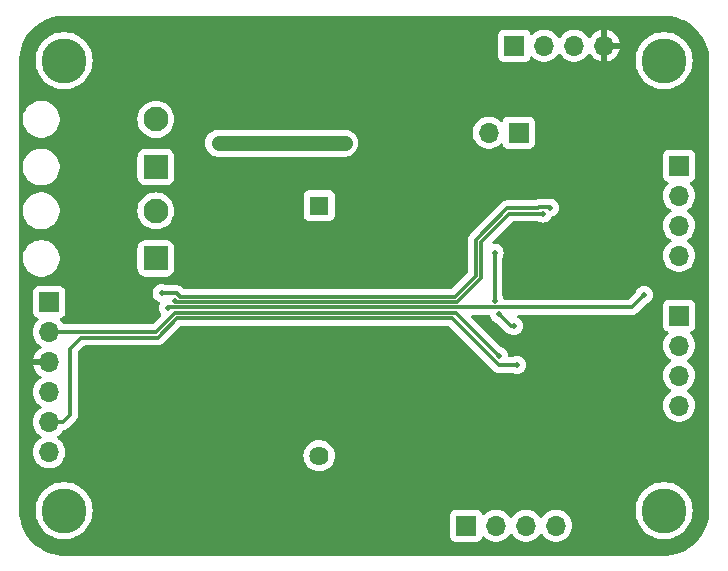
<source format=gbr>
G04 #@! TF.GenerationSoftware,KiCad,Pcbnew,8.0.1-rc1*
G04 #@! TF.CreationDate,2024-03-28T09:47:17-05:00*
G04 #@! TF.ProjectId,motor_control,6d6f746f-725f-4636-9f6e-74726f6c2e6b,1.0*
G04 #@! TF.SameCoordinates,Original*
G04 #@! TF.FileFunction,Copper,L2,Bot*
G04 #@! TF.FilePolarity,Positive*
%FSLAX46Y46*%
G04 Gerber Fmt 4.6, Leading zero omitted, Abs format (unit mm)*
G04 Created by KiCad (PCBNEW 8.0.1-rc1) date 2024-03-28 09:47:17*
%MOMM*%
%LPD*%
G01*
G04 APERTURE LIST*
G04 Aperture macros list*
%AMRoundRect*
0 Rectangle with rounded corners*
0 $1 Rounding radius*
0 $2 $3 $4 $5 $6 $7 $8 $9 X,Y pos of 4 corners*
0 Add a 4 corners polygon primitive as box body*
4,1,4,$2,$3,$4,$5,$6,$7,$8,$9,$2,$3,0*
0 Add four circle primitives for the rounded corners*
1,1,$1+$1,$2,$3*
1,1,$1+$1,$4,$5*
1,1,$1+$1,$6,$7*
1,1,$1+$1,$8,$9*
0 Add four rect primitives between the rounded corners*
20,1,$1+$1,$2,$3,$4,$5,0*
20,1,$1+$1,$4,$5,$6,$7,0*
20,1,$1+$1,$6,$7,$8,$9,0*
20,1,$1+$1,$8,$9,$2,$3,0*%
G04 Aperture macros list end*
G04 #@! TA.AperFunction,WasherPad*
%ADD10C,3.810000*%
G04 #@! TD*
G04 #@! TA.AperFunction,ComponentPad*
%ADD11R,1.700000X1.700000*%
G04 #@! TD*
G04 #@! TA.AperFunction,ComponentPad*
%ADD12O,1.700000X1.700000*%
G04 #@! TD*
G04 #@! TA.AperFunction,ComponentPad*
%ADD13RoundRect,0.249900X-0.800100X0.800100X-0.800100X-0.800100X0.800100X-0.800100X0.800100X0.800100X0*%
G04 #@! TD*
G04 #@! TA.AperFunction,ComponentPad*
%ADD14C,2.100000*%
G04 #@! TD*
G04 #@! TA.AperFunction,ComponentPad*
%ADD15R,1.625600X1.625600*%
G04 #@! TD*
G04 #@! TA.AperFunction,ComponentPad*
%ADD16C,1.625600*%
G04 #@! TD*
G04 #@! TA.AperFunction,ViaPad*
%ADD17C,0.508000*%
G04 #@! TD*
G04 #@! TA.AperFunction,ViaPad*
%ADD18C,1.016000*%
G04 #@! TD*
G04 #@! TA.AperFunction,Conductor*
%ADD19C,1.270000*%
G04 #@! TD*
G04 #@! TA.AperFunction,Conductor*
%ADD20C,0.304800*%
G04 #@! TD*
G04 APERTURE END LIST*
D10*
X168910000Y-118110000D03*
X118110000Y-118110000D03*
X168910000Y-80010000D03*
X118110000Y-80010000D03*
D11*
X170180000Y-101600000D03*
D12*
X170180000Y-104140000D03*
X170180000Y-106680000D03*
X170180000Y-109220000D03*
D11*
X152146000Y-119380000D03*
D12*
X154686000Y-119380000D03*
X157226000Y-119380000D03*
X159766000Y-119380000D03*
D11*
X156220000Y-78740000D03*
D12*
X158760000Y-78740000D03*
X161300000Y-78740000D03*
X163840000Y-78740000D03*
D13*
X125879000Y-89013000D03*
D14*
X125879000Y-84977000D03*
D11*
X170180000Y-88910000D03*
D12*
X170180000Y-91450000D03*
X170180000Y-93990000D03*
X170180000Y-96530000D03*
D13*
X125879000Y-96760000D03*
D14*
X125879000Y-92724000D03*
D11*
X116840000Y-100457000D03*
D12*
X116840000Y-102997000D03*
X116840000Y-105537000D03*
X116840000Y-108077000D03*
X116840000Y-110617000D03*
X116840000Y-113157000D03*
D15*
X139700000Y-92278200D03*
D16*
X139700000Y-113461800D03*
D11*
X156596000Y-86106000D03*
D12*
X154056000Y-86106000D03*
D17*
X132842000Y-108712000D03*
X155321000Y-95377000D03*
X135636000Y-105664000D03*
X157353000Y-88773000D03*
X164084000Y-94107000D03*
X165989000Y-103759000D03*
X153670000Y-102489000D03*
X161417000Y-85979000D03*
X134747000Y-91694000D03*
X162306000Y-111252000D03*
X153543000Y-109347000D03*
D18*
X131191000Y-86995000D03*
X141859000Y-86995000D03*
D17*
X154559000Y-96266000D03*
X154559000Y-100330000D03*
X156210000Y-102489000D03*
X154924931Y-101460512D03*
X154940000Y-105029000D03*
X156464000Y-105791000D03*
X126365000Y-99695000D03*
X159219700Y-92456000D03*
X167223858Y-99829978D03*
X126923300Y-100965000D03*
X158623000Y-92964000D03*
X127508000Y-100343412D03*
D19*
X131191000Y-86995000D02*
X141859000Y-86995000D01*
D20*
X154559000Y-96266000D02*
X154559000Y-100330000D01*
X127495088Y-101358912D02*
X125857000Y-102997000D01*
X155953419Y-102489000D02*
X154924931Y-101460512D01*
X125857000Y-102997000D02*
X116840000Y-102997000D01*
X156210000Y-102489000D02*
X155953419Y-102489000D01*
X154940000Y-105029000D02*
X151269912Y-101358912D01*
X151269912Y-101358912D02*
X127495088Y-101358912D01*
X154911737Y-105791000D02*
X150936849Y-101816112D01*
X117983000Y-110617000D02*
X116840000Y-110617000D01*
X119557800Y-103454200D02*
X118618000Y-104394000D01*
X118618000Y-104394000D02*
X118618000Y-109982000D01*
X118618000Y-109982000D02*
X117983000Y-110617000D01*
X156464000Y-105791000D02*
X154911737Y-105791000D01*
X150936849Y-101816112D02*
X127684466Y-101816112D01*
X126046378Y-103454200D02*
X119557800Y-103454200D01*
X127684466Y-101816112D02*
X126046378Y-103454200D01*
X159168900Y-92405200D02*
X158343600Y-92405200D01*
X158242000Y-92506800D02*
X155611359Y-92506800D01*
X159219700Y-92456000D02*
X159168900Y-92405200D01*
X151207110Y-99987312D02*
X127942163Y-99987312D01*
X152958800Y-98235622D02*
X151207110Y-99987312D01*
X158343600Y-92405200D02*
X158242000Y-92506800D01*
X155611359Y-92506800D02*
X152958801Y-95159358D01*
X152958801Y-95159358D02*
X152958800Y-98235622D01*
X127942163Y-99987312D02*
X127649851Y-99695000D01*
X127649851Y-99695000D02*
X126365000Y-99695000D01*
X166152124Y-100901712D02*
X167223858Y-99829978D01*
X126923300Y-100965000D02*
X126986588Y-100901712D01*
X126986588Y-100901712D02*
X166152124Y-100901712D01*
X158623000Y-92964000D02*
X155800737Y-92964000D01*
X127609100Y-100444512D02*
X127508000Y-100343412D01*
X151396488Y-100444512D02*
X127609100Y-100444512D01*
X153416000Y-98425000D02*
X151396488Y-100444512D01*
X153416000Y-95348737D02*
X153416000Y-98425000D01*
X155800737Y-92964000D02*
X153416000Y-95348737D01*
G04 #@! TA.AperFunction,Conductor*
G36*
X168910839Y-76200011D02*
G01*
X168922255Y-76200160D01*
X169103762Y-76202535D01*
X169115270Y-76203213D01*
X169499859Y-76243635D01*
X169512875Y-76245696D01*
X169890325Y-76325925D01*
X169903059Y-76329338D01*
X170270048Y-76448580D01*
X170282333Y-76453295D01*
X170545509Y-76570469D01*
X170634862Y-76610252D01*
X170646613Y-76616240D01*
X170787510Y-76697586D01*
X170980786Y-76809174D01*
X170991833Y-76816348D01*
X171290513Y-77033351D01*
X171304017Y-77043163D01*
X171314266Y-77051463D01*
X171601018Y-77309655D01*
X171610344Y-77318981D01*
X171868536Y-77605733D01*
X171876836Y-77615982D01*
X171897041Y-77643792D01*
X172085400Y-77903045D01*
X172103647Y-77928159D01*
X172110830Y-77939220D01*
X172303759Y-78273386D01*
X172309747Y-78285137D01*
X172340666Y-78354581D01*
X172444845Y-78588571D01*
X172466698Y-78637652D01*
X172471424Y-78649965D01*
X172590660Y-79016937D01*
X172594074Y-79029676D01*
X172674302Y-79407119D01*
X172676365Y-79420146D01*
X172716785Y-79804722D01*
X172717464Y-79816243D01*
X172719989Y-80009159D01*
X172720000Y-80010808D01*
X172720000Y-118109191D01*
X172719989Y-118110840D01*
X172717464Y-118303756D01*
X172716785Y-118315277D01*
X172676365Y-118699853D01*
X172674302Y-118712880D01*
X172594074Y-119090323D01*
X172590660Y-119103062D01*
X172471424Y-119470034D01*
X172466698Y-119482347D01*
X172309747Y-119834862D01*
X172303759Y-119846613D01*
X172110830Y-120180779D01*
X172103647Y-120191840D01*
X171876836Y-120504017D01*
X171868536Y-120514266D01*
X171610344Y-120801018D01*
X171601018Y-120810344D01*
X171314266Y-121068536D01*
X171304017Y-121076836D01*
X170991840Y-121303647D01*
X170980779Y-121310830D01*
X170646613Y-121503759D01*
X170634862Y-121509747D01*
X170282347Y-121666698D01*
X170270034Y-121671424D01*
X169903062Y-121790660D01*
X169890323Y-121794074D01*
X169512880Y-121874302D01*
X169499853Y-121876365D01*
X169115277Y-121916785D01*
X169103756Y-121917464D01*
X168910841Y-121919989D01*
X168909192Y-121920000D01*
X118110808Y-121920000D01*
X118109159Y-121919989D01*
X117916243Y-121917464D01*
X117904722Y-121916785D01*
X117520146Y-121876365D01*
X117507119Y-121874302D01*
X117129676Y-121794074D01*
X117116937Y-121790660D01*
X116847617Y-121703153D01*
X116749961Y-121671422D01*
X116737656Y-121666699D01*
X116648299Y-121626915D01*
X116385137Y-121509747D01*
X116373386Y-121503759D01*
X116039220Y-121310830D01*
X116028159Y-121303647D01*
X115715982Y-121076836D01*
X115705733Y-121068536D01*
X115418981Y-120810344D01*
X115409655Y-120801018D01*
X115151463Y-120514266D01*
X115143163Y-120504017D01*
X115129662Y-120485434D01*
X114916348Y-120191833D01*
X114909174Y-120180786D01*
X114716240Y-119846613D01*
X114710252Y-119834862D01*
X114607632Y-119604375D01*
X114553295Y-119482333D01*
X114548580Y-119470048D01*
X114429338Y-119103059D01*
X114425925Y-119090323D01*
X114345696Y-118712875D01*
X114343634Y-118699853D01*
X114327120Y-118542734D01*
X114303213Y-118315270D01*
X114302535Y-118303755D01*
X114301685Y-118238811D01*
X114300011Y-118110839D01*
X114300005Y-118110005D01*
X115691728Y-118110005D01*
X115710795Y-118413073D01*
X115710798Y-118413096D01*
X115735527Y-118542734D01*
X115767702Y-118711400D01*
X115861548Y-119000225D01*
X115990852Y-119275011D01*
X115990854Y-119275014D01*
X115990857Y-119275020D01*
X116153576Y-119531425D01*
X116153579Y-119531428D01*
X116347153Y-119765418D01*
X116347157Y-119765422D01*
X116568536Y-119973312D01*
X116681891Y-120055669D01*
X116814225Y-120151815D01*
X117080350Y-120298118D01*
X117231449Y-120357942D01*
X117362707Y-120409911D01*
X117362710Y-120409911D01*
X117362713Y-120409913D01*
X117656861Y-120485438D01*
X117958155Y-120523500D01*
X117958159Y-120523500D01*
X118261841Y-120523500D01*
X118261845Y-120523500D01*
X118563139Y-120485438D01*
X118857287Y-120409913D01*
X119139650Y-120298118D01*
X119175064Y-120278649D01*
X150787500Y-120278649D01*
X150794009Y-120339196D01*
X150794011Y-120339204D01*
X150845110Y-120476202D01*
X150845112Y-120476207D01*
X150932738Y-120593261D01*
X151049792Y-120680887D01*
X151049794Y-120680888D01*
X151049796Y-120680889D01*
X151104900Y-120701442D01*
X151186795Y-120731988D01*
X151186803Y-120731990D01*
X151247350Y-120738499D01*
X151247355Y-120738499D01*
X151247362Y-120738500D01*
X151247368Y-120738500D01*
X153044632Y-120738500D01*
X153044638Y-120738500D01*
X153044645Y-120738499D01*
X153044649Y-120738499D01*
X153105196Y-120731990D01*
X153105199Y-120731989D01*
X153105201Y-120731989D01*
X153242204Y-120680889D01*
X153312399Y-120628342D01*
X153359261Y-120593261D01*
X153446886Y-120476208D01*
X153446885Y-120476208D01*
X153446889Y-120476204D01*
X153490999Y-120357939D01*
X153533545Y-120301107D01*
X153600066Y-120276296D01*
X153669440Y-120291388D01*
X153701753Y-120316635D01*
X153722529Y-120339204D01*
X153762762Y-120382908D01*
X153797458Y-120409913D01*
X153940424Y-120521189D01*
X154138426Y-120628342D01*
X154138427Y-120628342D01*
X154138428Y-120628343D01*
X154250227Y-120666723D01*
X154351365Y-120701444D01*
X154573431Y-120738500D01*
X154573435Y-120738500D01*
X154798565Y-120738500D01*
X154798569Y-120738500D01*
X155020635Y-120701444D01*
X155233574Y-120628342D01*
X155431576Y-120521189D01*
X155609240Y-120382906D01*
X155761722Y-120217268D01*
X155850518Y-120081354D01*
X155904520Y-120035268D01*
X155974868Y-120025692D01*
X156039225Y-120055669D01*
X156061480Y-120081353D01*
X156094607Y-120132058D01*
X156150275Y-120217265D01*
X156150279Y-120217270D01*
X156302762Y-120382908D01*
X156337458Y-120409913D01*
X156480424Y-120521189D01*
X156678426Y-120628342D01*
X156678427Y-120628342D01*
X156678428Y-120628343D01*
X156790227Y-120666723D01*
X156891365Y-120701444D01*
X157113431Y-120738500D01*
X157113435Y-120738500D01*
X157338565Y-120738500D01*
X157338569Y-120738500D01*
X157560635Y-120701444D01*
X157773574Y-120628342D01*
X157971576Y-120521189D01*
X158149240Y-120382906D01*
X158301722Y-120217268D01*
X158390518Y-120081354D01*
X158444520Y-120035268D01*
X158514868Y-120025692D01*
X158579225Y-120055669D01*
X158601480Y-120081353D01*
X158634607Y-120132058D01*
X158690275Y-120217265D01*
X158690279Y-120217270D01*
X158842762Y-120382908D01*
X158877458Y-120409913D01*
X159020424Y-120521189D01*
X159218426Y-120628342D01*
X159218427Y-120628342D01*
X159218428Y-120628343D01*
X159330227Y-120666723D01*
X159431365Y-120701444D01*
X159653431Y-120738500D01*
X159653435Y-120738500D01*
X159878565Y-120738500D01*
X159878569Y-120738500D01*
X160100635Y-120701444D01*
X160313574Y-120628342D01*
X160511576Y-120521189D01*
X160689240Y-120382906D01*
X160841722Y-120217268D01*
X160964860Y-120028791D01*
X161055296Y-119822616D01*
X161110564Y-119604368D01*
X161129156Y-119380000D01*
X161110564Y-119155632D01*
X161110562Y-119155624D01*
X161055297Y-118937387D01*
X161055296Y-118937386D01*
X161055296Y-118937384D01*
X160964860Y-118731209D01*
X160947500Y-118704637D01*
X160841724Y-118542734D01*
X160841720Y-118542729D01*
X160689237Y-118377091D01*
X160569367Y-118283792D01*
X160511576Y-118238811D01*
X160313574Y-118131658D01*
X160313572Y-118131657D01*
X160313571Y-118131656D01*
X160250503Y-118110005D01*
X166491728Y-118110005D01*
X166510795Y-118413073D01*
X166510798Y-118413096D01*
X166535527Y-118542734D01*
X166567702Y-118711400D01*
X166661548Y-119000225D01*
X166790852Y-119275011D01*
X166790854Y-119275014D01*
X166790857Y-119275020D01*
X166953576Y-119531425D01*
X166953579Y-119531428D01*
X167147153Y-119765418D01*
X167147157Y-119765422D01*
X167368536Y-119973312D01*
X167481891Y-120055669D01*
X167614225Y-120151815D01*
X167880350Y-120298118D01*
X168031449Y-120357942D01*
X168162707Y-120409911D01*
X168162710Y-120409911D01*
X168162713Y-120409913D01*
X168456861Y-120485438D01*
X168758155Y-120523500D01*
X168758159Y-120523500D01*
X169061841Y-120523500D01*
X169061845Y-120523500D01*
X169363139Y-120485438D01*
X169657287Y-120409913D01*
X169939650Y-120298118D01*
X170205775Y-120151815D01*
X170451465Y-119973311D01*
X170672844Y-119765421D01*
X170866423Y-119531425D01*
X171029148Y-119275011D01*
X171158452Y-119000225D01*
X171252298Y-118711400D01*
X171309203Y-118413090D01*
X171324702Y-118166739D01*
X171328272Y-118110005D01*
X171328272Y-118109994D01*
X171309204Y-117806926D01*
X171309203Y-117806910D01*
X171252298Y-117508600D01*
X171158452Y-117219775D01*
X171029148Y-116944989D01*
X171029142Y-116944979D01*
X170866423Y-116688574D01*
X170866420Y-116688571D01*
X170672846Y-116454581D01*
X170672842Y-116454577D01*
X170451463Y-116246687D01*
X170205777Y-116068186D01*
X170164990Y-116045763D01*
X169939650Y-115921882D01*
X169858378Y-115889704D01*
X169657292Y-115810088D01*
X169657274Y-115810083D01*
X169363153Y-115734565D01*
X169363145Y-115734563D01*
X169363139Y-115734562D01*
X169363129Y-115734560D01*
X169363125Y-115734560D01*
X169061859Y-115696501D01*
X169061848Y-115696500D01*
X169061845Y-115696500D01*
X168758155Y-115696500D01*
X168758152Y-115696500D01*
X168758140Y-115696501D01*
X168456874Y-115734560D01*
X168456867Y-115734561D01*
X168456861Y-115734562D01*
X168456856Y-115734563D01*
X168456846Y-115734565D01*
X168162725Y-115810083D01*
X168162707Y-115810088D01*
X167880350Y-115921882D01*
X167614222Y-116068186D01*
X167368536Y-116246687D01*
X167147157Y-116454577D01*
X167147153Y-116454581D01*
X166953579Y-116688571D01*
X166953576Y-116688574D01*
X166790857Y-116944979D01*
X166790850Y-116944993D01*
X166661551Y-117219768D01*
X166661549Y-117219772D01*
X166567703Y-117508596D01*
X166567701Y-117508603D01*
X166510798Y-117806903D01*
X166510795Y-117806926D01*
X166491728Y-118109994D01*
X166491728Y-118110005D01*
X160250503Y-118110005D01*
X160100639Y-118058557D01*
X160100630Y-118058555D01*
X160056476Y-118051187D01*
X159878569Y-118021500D01*
X159653431Y-118021500D01*
X159505211Y-118046233D01*
X159431369Y-118058555D01*
X159431360Y-118058557D01*
X159218428Y-118131656D01*
X159218426Y-118131658D01*
X159020426Y-118238810D01*
X159020424Y-118238811D01*
X158842762Y-118377091D01*
X158690279Y-118542729D01*
X158601483Y-118678643D01*
X158547479Y-118724731D01*
X158477131Y-118734306D01*
X158412774Y-118704329D01*
X158390517Y-118678643D01*
X158301720Y-118542729D01*
X158149237Y-118377091D01*
X158029367Y-118283792D01*
X157971576Y-118238811D01*
X157773574Y-118131658D01*
X157773572Y-118131657D01*
X157773571Y-118131656D01*
X157560639Y-118058557D01*
X157560630Y-118058555D01*
X157516476Y-118051187D01*
X157338569Y-118021500D01*
X157113431Y-118021500D01*
X156965211Y-118046233D01*
X156891369Y-118058555D01*
X156891360Y-118058557D01*
X156678428Y-118131656D01*
X156678426Y-118131658D01*
X156480426Y-118238810D01*
X156480424Y-118238811D01*
X156302762Y-118377091D01*
X156150279Y-118542729D01*
X156061483Y-118678643D01*
X156007479Y-118724731D01*
X155937131Y-118734306D01*
X155872774Y-118704329D01*
X155850517Y-118678643D01*
X155761720Y-118542729D01*
X155609237Y-118377091D01*
X155489367Y-118283792D01*
X155431576Y-118238811D01*
X155233574Y-118131658D01*
X155233572Y-118131657D01*
X155233571Y-118131656D01*
X155020639Y-118058557D01*
X155020630Y-118058555D01*
X154976476Y-118051187D01*
X154798569Y-118021500D01*
X154573431Y-118021500D01*
X154425211Y-118046233D01*
X154351369Y-118058555D01*
X154351360Y-118058557D01*
X154138428Y-118131656D01*
X154138426Y-118131658D01*
X153940426Y-118238810D01*
X153940424Y-118238811D01*
X153762762Y-118377091D01*
X153701754Y-118443363D01*
X153640901Y-118479933D01*
X153569936Y-118477798D01*
X153511391Y-118437636D01*
X153490999Y-118402057D01*
X153446889Y-118283797D01*
X153446887Y-118283792D01*
X153359261Y-118166738D01*
X153242207Y-118079112D01*
X153242202Y-118079110D01*
X153105204Y-118028011D01*
X153105196Y-118028009D01*
X153044649Y-118021500D01*
X153044638Y-118021500D01*
X151247362Y-118021500D01*
X151247350Y-118021500D01*
X151186803Y-118028009D01*
X151186795Y-118028011D01*
X151049797Y-118079110D01*
X151049792Y-118079112D01*
X150932738Y-118166738D01*
X150845112Y-118283792D01*
X150845110Y-118283797D01*
X150794011Y-118420795D01*
X150794009Y-118420803D01*
X150787500Y-118481350D01*
X150787500Y-120278649D01*
X119175064Y-120278649D01*
X119405775Y-120151815D01*
X119651465Y-119973311D01*
X119872844Y-119765421D01*
X120066423Y-119531425D01*
X120229148Y-119275011D01*
X120358452Y-119000225D01*
X120452298Y-118711400D01*
X120509203Y-118413090D01*
X120524702Y-118166739D01*
X120528272Y-118110005D01*
X120528272Y-118109994D01*
X120509204Y-117806926D01*
X120509203Y-117806910D01*
X120452298Y-117508600D01*
X120358452Y-117219775D01*
X120229148Y-116944989D01*
X120229142Y-116944979D01*
X120066423Y-116688574D01*
X120066420Y-116688571D01*
X119872846Y-116454581D01*
X119872842Y-116454577D01*
X119651463Y-116246687D01*
X119405777Y-116068186D01*
X119364990Y-116045763D01*
X119139650Y-115921882D01*
X119058378Y-115889704D01*
X118857292Y-115810088D01*
X118857274Y-115810083D01*
X118563153Y-115734565D01*
X118563145Y-115734563D01*
X118563139Y-115734562D01*
X118563129Y-115734560D01*
X118563125Y-115734560D01*
X118261859Y-115696501D01*
X118261848Y-115696500D01*
X118261845Y-115696500D01*
X117958155Y-115696500D01*
X117958152Y-115696500D01*
X117958140Y-115696501D01*
X117656874Y-115734560D01*
X117656867Y-115734561D01*
X117656861Y-115734562D01*
X117656856Y-115734563D01*
X117656846Y-115734565D01*
X117362725Y-115810083D01*
X117362707Y-115810088D01*
X117080350Y-115921882D01*
X116814222Y-116068186D01*
X116568536Y-116246687D01*
X116347157Y-116454577D01*
X116347153Y-116454581D01*
X116153579Y-116688571D01*
X116153576Y-116688574D01*
X115990857Y-116944979D01*
X115990850Y-116944993D01*
X115861551Y-117219768D01*
X115861549Y-117219772D01*
X115767703Y-117508596D01*
X115767701Y-117508603D01*
X115710798Y-117806903D01*
X115710795Y-117806926D01*
X115691728Y-118109994D01*
X115691728Y-118110005D01*
X114300005Y-118110005D01*
X114300000Y-118109191D01*
X114300000Y-113157000D01*
X115476844Y-113157000D01*
X115495437Y-113381375D01*
X115550702Y-113599612D01*
X115550703Y-113599613D01*
X115550704Y-113599616D01*
X115591279Y-113692118D01*
X115641141Y-113805793D01*
X115764275Y-113994265D01*
X115764279Y-113994270D01*
X115916762Y-114159908D01*
X115971331Y-114202381D01*
X116094424Y-114298189D01*
X116292426Y-114405342D01*
X116292427Y-114405342D01*
X116292428Y-114405343D01*
X116404227Y-114443723D01*
X116505365Y-114478444D01*
X116727431Y-114515500D01*
X116727435Y-114515500D01*
X116952565Y-114515500D01*
X116952569Y-114515500D01*
X117174635Y-114478444D01*
X117387574Y-114405342D01*
X117585576Y-114298189D01*
X117763240Y-114159906D01*
X117915722Y-113994268D01*
X118038860Y-113805791D01*
X118129296Y-113599616D01*
X118164196Y-113461800D01*
X138373653Y-113461800D01*
X138393803Y-113692117D01*
X138453641Y-113915434D01*
X138453643Y-113915440D01*
X138551350Y-114124974D01*
X138672636Y-114298189D01*
X138683959Y-114314359D01*
X138847441Y-114477841D01*
X139036826Y-114610450D01*
X139246363Y-114708158D01*
X139469682Y-114767997D01*
X139700000Y-114788147D01*
X139930318Y-114767997D01*
X140153637Y-114708158D01*
X140363174Y-114610450D01*
X140552559Y-114477841D01*
X140716041Y-114314359D01*
X140848650Y-114124974D01*
X140946358Y-113915437D01*
X141006197Y-113692118D01*
X141026347Y-113461800D01*
X141006197Y-113231482D01*
X140946358Y-113008163D01*
X140848650Y-112798627D01*
X140848649Y-112798626D01*
X140848648Y-112798623D01*
X140716047Y-112609249D01*
X140716044Y-112609245D01*
X140716041Y-112609241D01*
X140552559Y-112445759D01*
X140363174Y-112313150D01*
X140153640Y-112215443D01*
X140153634Y-112215441D01*
X140059253Y-112190151D01*
X139930318Y-112155603D01*
X139700000Y-112135453D01*
X139469682Y-112155603D01*
X139246365Y-112215441D01*
X139246359Y-112215443D01*
X139036823Y-112313151D01*
X138847449Y-112445752D01*
X138847438Y-112445761D01*
X138683961Y-112609238D01*
X138683952Y-112609249D01*
X138551351Y-112798623D01*
X138453643Y-113008159D01*
X138453641Y-113008165D01*
X138393803Y-113231482D01*
X138373653Y-113461800D01*
X118164196Y-113461800D01*
X118184564Y-113381368D01*
X118203156Y-113157000D01*
X118184564Y-112932632D01*
X118129296Y-112714384D01*
X118038860Y-112508209D01*
X117998061Y-112445761D01*
X117915724Y-112319734D01*
X117915720Y-112319729D01*
X117763237Y-112154091D01*
X117681382Y-112090381D01*
X117585576Y-112015811D01*
X117552319Y-111997813D01*
X117501929Y-111947802D01*
X117486576Y-111878485D01*
X117511136Y-111811872D01*
X117552320Y-111776186D01*
X117585576Y-111758189D01*
X117763240Y-111619906D01*
X117915722Y-111454268D01*
X117999424Y-111326151D01*
X118053427Y-111280063D01*
X118080322Y-111271489D01*
X118175777Y-111252502D01*
X118296054Y-111202682D01*
X118404299Y-111130355D01*
X119131355Y-110403299D01*
X119203682Y-110295054D01*
X119253503Y-110174777D01*
X119278900Y-110047093D01*
X119278900Y-109916906D01*
X119278900Y-109220000D01*
X168816844Y-109220000D01*
X168833593Y-109422129D01*
X168835437Y-109444375D01*
X168890702Y-109662612D01*
X168890703Y-109662613D01*
X168890704Y-109662616D01*
X168981140Y-109868791D01*
X168981141Y-109868793D01*
X169104275Y-110057265D01*
X169104279Y-110057270D01*
X169256762Y-110222908D01*
X169311331Y-110265381D01*
X169434424Y-110361189D01*
X169632426Y-110468342D01*
X169632427Y-110468342D01*
X169632428Y-110468343D01*
X169744227Y-110506723D01*
X169845365Y-110541444D01*
X170067431Y-110578500D01*
X170067435Y-110578500D01*
X170292565Y-110578500D01*
X170292569Y-110578500D01*
X170514635Y-110541444D01*
X170727574Y-110468342D01*
X170925576Y-110361189D01*
X171103240Y-110222906D01*
X171255722Y-110057268D01*
X171378860Y-109868791D01*
X171469296Y-109662616D01*
X171524564Y-109444368D01*
X171543156Y-109220000D01*
X171524564Y-108995632D01*
X171503959Y-108914265D01*
X171469297Y-108777387D01*
X171469296Y-108777386D01*
X171469296Y-108777384D01*
X171378860Y-108571209D01*
X171345150Y-108519612D01*
X171255724Y-108382734D01*
X171255720Y-108382729D01*
X171103237Y-108217091D01*
X171021382Y-108153381D01*
X170925576Y-108078811D01*
X170892319Y-108060813D01*
X170841929Y-108010802D01*
X170826576Y-107941485D01*
X170851136Y-107874872D01*
X170892320Y-107839186D01*
X170925576Y-107821189D01*
X171103240Y-107682906D01*
X171255722Y-107517268D01*
X171378860Y-107328791D01*
X171469296Y-107122616D01*
X171524564Y-106904368D01*
X171543156Y-106680000D01*
X171524564Y-106455632D01*
X171508177Y-106390920D01*
X171469297Y-106237387D01*
X171469296Y-106237386D01*
X171469296Y-106237384D01*
X171378860Y-106031209D01*
X171333478Y-105961746D01*
X171255724Y-105842734D01*
X171255720Y-105842729D01*
X171103237Y-105677091D01*
X171021382Y-105613381D01*
X170925576Y-105538811D01*
X170892319Y-105520813D01*
X170841929Y-105470802D01*
X170826576Y-105401485D01*
X170851136Y-105334872D01*
X170892320Y-105299186D01*
X170925576Y-105281189D01*
X171103240Y-105142906D01*
X171255722Y-104977268D01*
X171378860Y-104788791D01*
X171469296Y-104582616D01*
X171524564Y-104364368D01*
X171543156Y-104140000D01*
X171524564Y-103915632D01*
X171469296Y-103697384D01*
X171378860Y-103491209D01*
X171345150Y-103439612D01*
X171255724Y-103302734D01*
X171255719Y-103302729D01*
X171143046Y-103180335D01*
X171112524Y-103147179D01*
X171081103Y-103083514D01*
X171089090Y-103012968D01*
X171133948Y-102957939D01*
X171161183Y-102943789D01*
X171276204Y-102900889D01*
X171393261Y-102813261D01*
X171480889Y-102696204D01*
X171531989Y-102559201D01*
X171536858Y-102513917D01*
X171538499Y-102498649D01*
X171538500Y-102498632D01*
X171538500Y-100701367D01*
X171538499Y-100701350D01*
X171531990Y-100640803D01*
X171531988Y-100640795D01*
X171480889Y-100503797D01*
X171480887Y-100503792D01*
X171393261Y-100386738D01*
X171276207Y-100299112D01*
X171276202Y-100299110D01*
X171139204Y-100248011D01*
X171139196Y-100248009D01*
X171078649Y-100241500D01*
X171078638Y-100241500D01*
X169281362Y-100241500D01*
X169281350Y-100241500D01*
X169220803Y-100248009D01*
X169220795Y-100248011D01*
X169083797Y-100299110D01*
X169083792Y-100299112D01*
X168966738Y-100386738D01*
X168879112Y-100503792D01*
X168879110Y-100503797D01*
X168828011Y-100640795D01*
X168828009Y-100640803D01*
X168821500Y-100701350D01*
X168821500Y-102498649D01*
X168828009Y-102559196D01*
X168828011Y-102559204D01*
X168879110Y-102696202D01*
X168879112Y-102696207D01*
X168966738Y-102813261D01*
X169083791Y-102900886D01*
X169083792Y-102900886D01*
X169083796Y-102900889D01*
X169198810Y-102943787D01*
X169255642Y-102986332D01*
X169280453Y-103052852D01*
X169265362Y-103122226D01*
X169247475Y-103147179D01*
X169104280Y-103302729D01*
X169104275Y-103302734D01*
X168981141Y-103491206D01*
X168890703Y-103697386D01*
X168890702Y-103697387D01*
X168835437Y-103915624D01*
X168835436Y-103915630D01*
X168835436Y-103915632D01*
X168816844Y-104140000D01*
X168834701Y-104355500D01*
X168835437Y-104364375D01*
X168890702Y-104582612D01*
X168890703Y-104582613D01*
X168890704Y-104582616D01*
X168940469Y-104696069D01*
X168981141Y-104788793D01*
X169104275Y-104977265D01*
X169104279Y-104977270D01*
X169256762Y-105142908D01*
X169311331Y-105185381D01*
X169434424Y-105281189D01*
X169467680Y-105299186D01*
X169518071Y-105349200D01*
X169533423Y-105418516D01*
X169508862Y-105485129D01*
X169467680Y-105520813D01*
X169434426Y-105538810D01*
X169434424Y-105538811D01*
X169256762Y-105677091D01*
X169104279Y-105842729D01*
X169104275Y-105842734D01*
X168981141Y-106031206D01*
X168890703Y-106237386D01*
X168890702Y-106237387D01*
X168835437Y-106455624D01*
X168835436Y-106455630D01*
X168835436Y-106455632D01*
X168816844Y-106680000D01*
X168832382Y-106867516D01*
X168835437Y-106904375D01*
X168890702Y-107122612D01*
X168890703Y-107122613D01*
X168890704Y-107122616D01*
X168969856Y-107303065D01*
X168981141Y-107328793D01*
X169104275Y-107517265D01*
X169104279Y-107517270D01*
X169256762Y-107682908D01*
X169311331Y-107725381D01*
X169434424Y-107821189D01*
X169467680Y-107839186D01*
X169518071Y-107889200D01*
X169533423Y-107958516D01*
X169508862Y-108025129D01*
X169467680Y-108060813D01*
X169434426Y-108078810D01*
X169434424Y-108078811D01*
X169256762Y-108217091D01*
X169104279Y-108382729D01*
X169104275Y-108382734D01*
X168981141Y-108571206D01*
X168890703Y-108777386D01*
X168890702Y-108777387D01*
X168835437Y-108995624D01*
X168835436Y-108995630D01*
X168835436Y-108995632D01*
X168816844Y-109220000D01*
X119278900Y-109220000D01*
X119278900Y-104719944D01*
X119298902Y-104651823D01*
X119315805Y-104630849D01*
X119794649Y-104152005D01*
X119856961Y-104117979D01*
X119883744Y-104115100D01*
X126111470Y-104115100D01*
X126111471Y-104115100D01*
X126239155Y-104089702D01*
X126359432Y-104039882D01*
X126467677Y-103967555D01*
X127921314Y-102513916D01*
X127983626Y-102479892D01*
X128010409Y-102477012D01*
X150610905Y-102477012D01*
X150679026Y-102497014D01*
X150700000Y-102513917D01*
X154490438Y-106304355D01*
X154598683Y-106376682D01*
X154718960Y-106426503D01*
X154846644Y-106451901D01*
X154846645Y-106451901D01*
X154983044Y-106451901D01*
X154983064Y-106451900D01*
X156046332Y-106451900D01*
X156113367Y-106471212D01*
X156131070Y-106482336D01*
X156293254Y-106539087D01*
X156293253Y-106539087D01*
X156297221Y-106539534D01*
X156464000Y-106558325D01*
X156634746Y-106539087D01*
X156796930Y-106482336D01*
X156942419Y-106390919D01*
X157063919Y-106269419D01*
X157155336Y-106123930D01*
X157212087Y-105961746D01*
X157231325Y-105791000D01*
X157212087Y-105620254D01*
X157155336Y-105458070D01*
X157155334Y-105458067D01*
X157155334Y-105458066D01*
X157063920Y-105312582D01*
X157063919Y-105312580D01*
X156942419Y-105191080D01*
X156942417Y-105191079D01*
X156796933Y-105099665D01*
X156796930Y-105099664D01*
X156782295Y-105094543D01*
X156634746Y-105042913D01*
X156634744Y-105042912D01*
X156634746Y-105042912D01*
X156464000Y-105023675D01*
X156293255Y-105042912D01*
X156131070Y-105099663D01*
X156113368Y-105110787D01*
X156046332Y-105130100D01*
X155831317Y-105130100D01*
X155763196Y-105110098D01*
X155716703Y-105056442D01*
X155706109Y-105018207D01*
X155688087Y-104858255D01*
X155663781Y-104788793D01*
X155631336Y-104696070D01*
X155631334Y-104696067D01*
X155631334Y-104696066D01*
X155539920Y-104550582D01*
X155539919Y-104550580D01*
X155418419Y-104429080D01*
X155418417Y-104429079D01*
X155272932Y-104337665D01*
X155272931Y-104337664D01*
X155272930Y-104337664D01*
X155218003Y-104318444D01*
X155162223Y-104298925D01*
X155114744Y-104269091D01*
X152623361Y-101777707D01*
X152589335Y-101715395D01*
X152594400Y-101644579D01*
X152636947Y-101587744D01*
X152703467Y-101562933D01*
X152712456Y-101562612D01*
X154063422Y-101562612D01*
X154131543Y-101582614D01*
X154178036Y-101636270D01*
X154182351Y-101646996D01*
X154233596Y-101793445D01*
X154325010Y-101938929D01*
X154325011Y-101938931D01*
X154446511Y-102060431D01*
X154446513Y-102060432D01*
X154591997Y-102151846D01*
X154591998Y-102151846D01*
X154592001Y-102151848D01*
X154702704Y-102190585D01*
X154750183Y-102220418D01*
X155532120Y-103002355D01*
X155640365Y-103074682D01*
X155760642Y-103124503D01*
X155778194Y-103127993D01*
X155820651Y-103144885D01*
X155877070Y-103180336D01*
X156039254Y-103237087D01*
X156039253Y-103237087D01*
X156056543Y-103239034D01*
X156210000Y-103256325D01*
X156380746Y-103237087D01*
X156542930Y-103180336D01*
X156688419Y-103088919D01*
X156809919Y-102967419D01*
X156901336Y-102821930D01*
X156958087Y-102659746D01*
X156977325Y-102489000D01*
X156958087Y-102318254D01*
X156901336Y-102156070D01*
X156901334Y-102156067D01*
X156901334Y-102156066D01*
X156809920Y-102010582D01*
X156809919Y-102010580D01*
X156688419Y-101889080D01*
X156688417Y-101889079D01*
X156539167Y-101795299D01*
X156492129Y-101742121D01*
X156481309Y-101671954D01*
X156510142Y-101607075D01*
X156569473Y-101568084D01*
X156606203Y-101562612D01*
X166217216Y-101562612D01*
X166217217Y-101562612D01*
X166344901Y-101537214D01*
X166465178Y-101487394D01*
X166573423Y-101415067D01*
X167398606Y-100589882D01*
X167446081Y-100560051D01*
X167556788Y-100521314D01*
X167702277Y-100429897D01*
X167823777Y-100308397D01*
X167915194Y-100162908D01*
X167971945Y-100000724D01*
X167991183Y-99829978D01*
X167971945Y-99659232D01*
X167915194Y-99497048D01*
X167915192Y-99497045D01*
X167915192Y-99497044D01*
X167823778Y-99351560D01*
X167823777Y-99351558D01*
X167702277Y-99230058D01*
X167702275Y-99230057D01*
X167556791Y-99138643D01*
X167556788Y-99138642D01*
X167472985Y-99109318D01*
X167394604Y-99081891D01*
X167394602Y-99081890D01*
X167394604Y-99081890D01*
X167223858Y-99062653D01*
X167053113Y-99081890D01*
X166890927Y-99138642D01*
X166890924Y-99138643D01*
X166745440Y-99230057D01*
X166745438Y-99230058D01*
X166623938Y-99351558D01*
X166623937Y-99351560D01*
X166532523Y-99497045D01*
X166493784Y-99607751D01*
X166463951Y-99655229D01*
X165915275Y-100203907D01*
X165852962Y-100237932D01*
X165826179Y-100240812D01*
X155425027Y-100240812D01*
X155356906Y-100220810D01*
X155310413Y-100167154D01*
X155306098Y-100156427D01*
X155250336Y-99997070D01*
X155250334Y-99997067D01*
X155239212Y-99979365D01*
X155219900Y-99912331D01*
X155219900Y-96683668D01*
X155239214Y-96616630D01*
X155250336Y-96598930D01*
X155274456Y-96530000D01*
X168816844Y-96530000D01*
X168825791Y-96637976D01*
X168835437Y-96754375D01*
X168890702Y-96972612D01*
X168890703Y-96972613D01*
X168890704Y-96972616D01*
X168956703Y-97123080D01*
X168981141Y-97178793D01*
X169104275Y-97367265D01*
X169104279Y-97367270D01*
X169256762Y-97532908D01*
X169307808Y-97572639D01*
X169434424Y-97671189D01*
X169632426Y-97778342D01*
X169632427Y-97778342D01*
X169632428Y-97778343D01*
X169744227Y-97816723D01*
X169845365Y-97851444D01*
X170067431Y-97888500D01*
X170067435Y-97888500D01*
X170292565Y-97888500D01*
X170292569Y-97888500D01*
X170514635Y-97851444D01*
X170727574Y-97778342D01*
X170925576Y-97671189D01*
X171103240Y-97532906D01*
X171255722Y-97367268D01*
X171378860Y-97178791D01*
X171469296Y-96972616D01*
X171524564Y-96754368D01*
X171543156Y-96530000D01*
X171524564Y-96305632D01*
X171469296Y-96087384D01*
X171378860Y-95881209D01*
X171372140Y-95870924D01*
X171255724Y-95692734D01*
X171255720Y-95692729D01*
X171103237Y-95527091D01*
X170995827Y-95443490D01*
X170925576Y-95388811D01*
X170892319Y-95370813D01*
X170841929Y-95320802D01*
X170826576Y-95251485D01*
X170851136Y-95184872D01*
X170892320Y-95149186D01*
X170925576Y-95131189D01*
X171103240Y-94992906D01*
X171255722Y-94827268D01*
X171378860Y-94638791D01*
X171469296Y-94432616D01*
X171524564Y-94214368D01*
X171543156Y-93990000D01*
X171524564Y-93765632D01*
X171511005Y-93712087D01*
X171469297Y-93547387D01*
X171469296Y-93547386D01*
X171469296Y-93547384D01*
X171378860Y-93341209D01*
X171338058Y-93278757D01*
X171255724Y-93152734D01*
X171255720Y-93152729D01*
X171103237Y-92987091D01*
X171021382Y-92923381D01*
X170925576Y-92848811D01*
X170892319Y-92830813D01*
X170841929Y-92780802D01*
X170826576Y-92711485D01*
X170851136Y-92644872D01*
X170892320Y-92609186D01*
X170905643Y-92601976D01*
X170925576Y-92591189D01*
X171103240Y-92452906D01*
X171255722Y-92287268D01*
X171378860Y-92098791D01*
X171469296Y-91892616D01*
X171524564Y-91674368D01*
X171543156Y-91450000D01*
X171524564Y-91225632D01*
X171469296Y-91007384D01*
X171378860Y-90801209D01*
X171372140Y-90790924D01*
X171255724Y-90612734D01*
X171255719Y-90612729D01*
X171112524Y-90457179D01*
X171081103Y-90393514D01*
X171089090Y-90322968D01*
X171133948Y-90267939D01*
X171161183Y-90253789D01*
X171276204Y-90210889D01*
X171393261Y-90123261D01*
X171480889Y-90006204D01*
X171531989Y-89869201D01*
X171532587Y-89863644D01*
X171538499Y-89808649D01*
X171538500Y-89808632D01*
X171538500Y-88011367D01*
X171538499Y-88011350D01*
X171531990Y-87950803D01*
X171531988Y-87950795D01*
X171487062Y-87830347D01*
X171480889Y-87813796D01*
X171480888Y-87813794D01*
X171480887Y-87813792D01*
X171393261Y-87696738D01*
X171276207Y-87609112D01*
X171276202Y-87609110D01*
X171139204Y-87558011D01*
X171139196Y-87558009D01*
X171078649Y-87551500D01*
X171078638Y-87551500D01*
X169281362Y-87551500D01*
X169281350Y-87551500D01*
X169220803Y-87558009D01*
X169220795Y-87558011D01*
X169083797Y-87609110D01*
X169083792Y-87609112D01*
X168966738Y-87696738D01*
X168879112Y-87813792D01*
X168879110Y-87813797D01*
X168828011Y-87950795D01*
X168828009Y-87950803D01*
X168821500Y-88011350D01*
X168821500Y-89808649D01*
X168828009Y-89869196D01*
X168828011Y-89869204D01*
X168879110Y-90006202D01*
X168879112Y-90006207D01*
X168966738Y-90123261D01*
X169083791Y-90210886D01*
X169083792Y-90210886D01*
X169083796Y-90210889D01*
X169198810Y-90253787D01*
X169255642Y-90296332D01*
X169280453Y-90362852D01*
X169265362Y-90432226D01*
X169247475Y-90457179D01*
X169104280Y-90612729D01*
X169104275Y-90612734D01*
X168981141Y-90801206D01*
X168890703Y-91007386D01*
X168890702Y-91007387D01*
X168835437Y-91225624D01*
X168835436Y-91225630D01*
X168835436Y-91225632D01*
X168816844Y-91450000D01*
X168824413Y-91541347D01*
X168835437Y-91674375D01*
X168890702Y-91892612D01*
X168890703Y-91892613D01*
X168890704Y-91892616D01*
X168934932Y-91993446D01*
X168981141Y-92098793D01*
X169104275Y-92287265D01*
X169104279Y-92287270D01*
X169256762Y-92452908D01*
X169260735Y-92456000D01*
X169434424Y-92591189D01*
X169467680Y-92609186D01*
X169518071Y-92659200D01*
X169533423Y-92728516D01*
X169508862Y-92795129D01*
X169467680Y-92830813D01*
X169434426Y-92848810D01*
X169434424Y-92848811D01*
X169256762Y-92987091D01*
X169104279Y-93152729D01*
X169104275Y-93152734D01*
X168981141Y-93341206D01*
X168890703Y-93547386D01*
X168890702Y-93547387D01*
X168835437Y-93765624D01*
X168835436Y-93765630D01*
X168835436Y-93765632D01*
X168816844Y-93990000D01*
X168827361Y-94116925D01*
X168835437Y-94214375D01*
X168890702Y-94432612D01*
X168890703Y-94432613D01*
X168981141Y-94638793D01*
X169104275Y-94827265D01*
X169104279Y-94827270D01*
X169256762Y-94992908D01*
X169311331Y-95035381D01*
X169434424Y-95131189D01*
X169467680Y-95149186D01*
X169518071Y-95199200D01*
X169533423Y-95268516D01*
X169508862Y-95335129D01*
X169467680Y-95370813D01*
X169434426Y-95388810D01*
X169434424Y-95388811D01*
X169256762Y-95527091D01*
X169104279Y-95692729D01*
X169104275Y-95692734D01*
X168981141Y-95881206D01*
X168890703Y-96087386D01*
X168890702Y-96087387D01*
X168835437Y-96305624D01*
X168835436Y-96305630D01*
X168835436Y-96305632D01*
X168816844Y-96530000D01*
X155274456Y-96530000D01*
X155307087Y-96436746D01*
X155326325Y-96266000D01*
X155307087Y-96095254D01*
X155250336Y-95933070D01*
X155250334Y-95933067D01*
X155250334Y-95933066D01*
X155158920Y-95787582D01*
X155158919Y-95787580D01*
X155037419Y-95666080D01*
X155037417Y-95666079D01*
X154891933Y-95574665D01*
X154891930Y-95574664D01*
X154729746Y-95517913D01*
X154729744Y-95517912D01*
X154729746Y-95517912D01*
X154576289Y-95500622D01*
X154559000Y-95498675D01*
X154558999Y-95498675D01*
X154513040Y-95503853D01*
X154443108Y-95491603D01*
X154390901Y-95443490D01*
X154372993Y-95374789D01*
X154395071Y-95307312D01*
X154409834Y-95289555D01*
X156037585Y-93661805D01*
X156099897Y-93627779D01*
X156126680Y-93624900D01*
X158205332Y-93624900D01*
X158272367Y-93644212D01*
X158290070Y-93655336D01*
X158452254Y-93712087D01*
X158452253Y-93712087D01*
X158469543Y-93714034D01*
X158623000Y-93731325D01*
X158793746Y-93712087D01*
X158955930Y-93655336D01*
X159101419Y-93563919D01*
X159222919Y-93442419D01*
X159314336Y-93296930D01*
X159320695Y-93278757D01*
X159362073Y-93221064D01*
X159398009Y-93201441D01*
X159436109Y-93188108D01*
X159552630Y-93147336D01*
X159698119Y-93055919D01*
X159819619Y-92934419D01*
X159911036Y-92788930D01*
X159967787Y-92626746D01*
X159987025Y-92456000D01*
X159967787Y-92285254D01*
X159911036Y-92123070D01*
X159911034Y-92123067D01*
X159911034Y-92123066D01*
X159819620Y-91977582D01*
X159819619Y-91977580D01*
X159698119Y-91856080D01*
X159698117Y-91856079D01*
X159552633Y-91764665D01*
X159552630Y-91764664D01*
X159494433Y-91744300D01*
X159390446Y-91707913D01*
X159390444Y-91707912D01*
X159390446Y-91707912D01*
X159219700Y-91688675D01*
X159048955Y-91707912D01*
X158965174Y-91737229D01*
X158923559Y-91744300D01*
X158278504Y-91744300D01*
X158150822Y-91769698D01*
X158150817Y-91769700D01*
X158030547Y-91819517D01*
X158022842Y-91824666D01*
X157955089Y-91845880D01*
X157952841Y-91845900D01*
X155546261Y-91845900D01*
X155418581Y-91871298D01*
X155418578Y-91871299D01*
X155298305Y-91921118D01*
X155204344Y-91983901D01*
X155190059Y-91993445D01*
X155190053Y-91993450D01*
X152537502Y-94646003D01*
X152445448Y-94738056D01*
X152445443Y-94738063D01*
X152373119Y-94846303D01*
X152323301Y-94966575D01*
X152323299Y-94966580D01*
X152297901Y-95094262D01*
X152297900Y-95094266D01*
X152297900Y-97909677D01*
X152277898Y-97977798D01*
X152260995Y-97998772D01*
X150970261Y-99289507D01*
X150907949Y-99323532D01*
X150881166Y-99326412D01*
X128268107Y-99326412D01*
X128199986Y-99306410D01*
X128179012Y-99289507D01*
X128071152Y-99181647D01*
X128071150Y-99181645D01*
X127962905Y-99109318D01*
X127896690Y-99081891D01*
X127842633Y-99059500D01*
X127842628Y-99059498D01*
X127714946Y-99034100D01*
X127714944Y-99034100D01*
X126782668Y-99034100D01*
X126715632Y-99014787D01*
X126697929Y-99003663D01*
X126597491Y-98968518D01*
X126535746Y-98946913D01*
X126535744Y-98946912D01*
X126535746Y-98946912D01*
X126365000Y-98927675D01*
X126194255Y-98946912D01*
X126032069Y-99003664D01*
X126032066Y-99003665D01*
X125886582Y-99095079D01*
X125886580Y-99095080D01*
X125765080Y-99216580D01*
X125765079Y-99216582D01*
X125673665Y-99362066D01*
X125673664Y-99362069D01*
X125616912Y-99524255D01*
X125597675Y-99695000D01*
X125616912Y-99865744D01*
X125673664Y-100027930D01*
X125673665Y-100027933D01*
X125765079Y-100173417D01*
X125765080Y-100173419D01*
X125886580Y-100294919D01*
X125886582Y-100294920D01*
X126032066Y-100386334D01*
X126032067Y-100386334D01*
X126032070Y-100386336D01*
X126173379Y-100435782D01*
X126231069Y-100477159D01*
X126257231Y-100543159D01*
X126243559Y-100612827D01*
X126238453Y-100621740D01*
X126231966Y-100632065D01*
X126231964Y-100632069D01*
X126175212Y-100794255D01*
X126155975Y-100965000D01*
X126175212Y-101135744D01*
X126231964Y-101297930D01*
X126231965Y-101297933D01*
X126327145Y-101449411D01*
X126325110Y-101450689D01*
X126347687Y-101505956D01*
X126334739Y-101575762D01*
X126311440Y-101607906D01*
X125620149Y-102299196D01*
X125557839Y-102333220D01*
X125531056Y-102336100D01*
X118099137Y-102336100D01*
X118031016Y-102316098D01*
X117993654Y-102279015D01*
X117915724Y-102159735D01*
X117915719Y-102159729D01*
X117772524Y-102004179D01*
X117741103Y-101940514D01*
X117749090Y-101869968D01*
X117793948Y-101814939D01*
X117821183Y-101800789D01*
X117936204Y-101757889D01*
X118053261Y-101670261D01*
X118082458Y-101631258D01*
X118140887Y-101553207D01*
X118140887Y-101553206D01*
X118140889Y-101553204D01*
X118191989Y-101416201D01*
X118198500Y-101355638D01*
X118198500Y-99558362D01*
X118198499Y-99558350D01*
X118191990Y-99497803D01*
X118191988Y-99497795D01*
X118141364Y-99362070D01*
X118140889Y-99360796D01*
X118140888Y-99360794D01*
X118140887Y-99360792D01*
X118053261Y-99243738D01*
X117936207Y-99156112D01*
X117936202Y-99156110D01*
X117799204Y-99105011D01*
X117799196Y-99105009D01*
X117738649Y-99098500D01*
X117738638Y-99098500D01*
X115941362Y-99098500D01*
X115941350Y-99098500D01*
X115880803Y-99105009D01*
X115880795Y-99105011D01*
X115743797Y-99156110D01*
X115743792Y-99156112D01*
X115626738Y-99243738D01*
X115539112Y-99360792D01*
X115539110Y-99360797D01*
X115488011Y-99497795D01*
X115488009Y-99497803D01*
X115481500Y-99558350D01*
X115481500Y-101355649D01*
X115488009Y-101416196D01*
X115488011Y-101416204D01*
X115539110Y-101553202D01*
X115539112Y-101553207D01*
X115626738Y-101670261D01*
X115743791Y-101757886D01*
X115743792Y-101757886D01*
X115743796Y-101757889D01*
X115858810Y-101800787D01*
X115915642Y-101843332D01*
X115940453Y-101909852D01*
X115925362Y-101979226D01*
X115907475Y-102004179D01*
X115764280Y-102159729D01*
X115764275Y-102159734D01*
X115641141Y-102348206D01*
X115550703Y-102554386D01*
X115550702Y-102554387D01*
X115495437Y-102772624D01*
X115495436Y-102772630D01*
X115495436Y-102772632D01*
X115476844Y-102997000D01*
X115489288Y-103147179D01*
X115495437Y-103221375D01*
X115550702Y-103439612D01*
X115550703Y-103439613D01*
X115550704Y-103439616D01*
X115573335Y-103491209D01*
X115641141Y-103645793D01*
X115764275Y-103834265D01*
X115764279Y-103834270D01*
X115916762Y-103999908D01*
X115968119Y-104039881D01*
X116094424Y-104138189D01*
X116128205Y-104156470D01*
X116178596Y-104206482D01*
X116193949Y-104275799D01*
X116169389Y-104342412D01*
X116128209Y-104378096D01*
X116094704Y-104396228D01*
X116094698Y-104396232D01*
X115917097Y-104534465D01*
X115764674Y-104700041D01*
X115641580Y-104888451D01*
X115551179Y-105094543D01*
X115551176Y-105094550D01*
X115503455Y-105282999D01*
X115503456Y-105283000D01*
X116409297Y-105283000D01*
X116374075Y-105344007D01*
X116340000Y-105471174D01*
X116340000Y-105602826D01*
X116374075Y-105729993D01*
X116409297Y-105791000D01*
X115503455Y-105791000D01*
X115551176Y-105979449D01*
X115551179Y-105979456D01*
X115641580Y-106185548D01*
X115764674Y-106373958D01*
X115917097Y-106539534D01*
X116094698Y-106677767D01*
X116094704Y-106677771D01*
X116128207Y-106695902D01*
X116178597Y-106745915D01*
X116193949Y-106815232D01*
X116169388Y-106881845D01*
X116128207Y-106917528D01*
X116094430Y-106935807D01*
X116094424Y-106935811D01*
X115916762Y-107074091D01*
X115764279Y-107239729D01*
X115764275Y-107239734D01*
X115641141Y-107428206D01*
X115550703Y-107634386D01*
X115550702Y-107634387D01*
X115495437Y-107852624D01*
X115495436Y-107852630D01*
X115495436Y-107852632D01*
X115476844Y-108077000D01*
X115488452Y-108217091D01*
X115495437Y-108301375D01*
X115550702Y-108519612D01*
X115550703Y-108519613D01*
X115550704Y-108519616D01*
X115573335Y-108571209D01*
X115641141Y-108725793D01*
X115764275Y-108914265D01*
X115764279Y-108914270D01*
X115892539Y-109053596D01*
X115912292Y-109075053D01*
X115916762Y-109079908D01*
X115971331Y-109122381D01*
X116094424Y-109218189D01*
X116127680Y-109236186D01*
X116178071Y-109286200D01*
X116193423Y-109355516D01*
X116168862Y-109422129D01*
X116127680Y-109457813D01*
X116094426Y-109475810D01*
X116094424Y-109475811D01*
X115916762Y-109614091D01*
X115764279Y-109779729D01*
X115764275Y-109779734D01*
X115641141Y-109968206D01*
X115550703Y-110174386D01*
X115550702Y-110174387D01*
X115495437Y-110392624D01*
X115495436Y-110392630D01*
X115495436Y-110392632D01*
X115483105Y-110541442D01*
X115476844Y-110617000D01*
X115495437Y-110841375D01*
X115550702Y-111059612D01*
X115550703Y-111059613D01*
X115550704Y-111059616D01*
X115581733Y-111130355D01*
X115641141Y-111265793D01*
X115764275Y-111454265D01*
X115764279Y-111454270D01*
X115916762Y-111619908D01*
X115971331Y-111662381D01*
X116094424Y-111758189D01*
X116127680Y-111776186D01*
X116178071Y-111826200D01*
X116193423Y-111895516D01*
X116168862Y-111962129D01*
X116127680Y-111997813D01*
X116094426Y-112015810D01*
X116094424Y-112015811D01*
X115916762Y-112154091D01*
X115764279Y-112319729D01*
X115764275Y-112319734D01*
X115641141Y-112508206D01*
X115550703Y-112714386D01*
X115550702Y-112714387D01*
X115495437Y-112932624D01*
X115476844Y-113157000D01*
X114300000Y-113157000D01*
X114300000Y-99062653D01*
X114300000Y-96882027D01*
X114628500Y-96882027D01*
X114666679Y-97123076D01*
X114666680Y-97123080D01*
X114684782Y-97178793D01*
X114742096Y-97355185D01*
X114852894Y-97572639D01*
X114996345Y-97770083D01*
X114996347Y-97770085D01*
X114996349Y-97770088D01*
X115168911Y-97942650D01*
X115168914Y-97942652D01*
X115168917Y-97942655D01*
X115366361Y-98086106D01*
X115583815Y-98196904D01*
X115815924Y-98272321D01*
X116056973Y-98310500D01*
X116056976Y-98310500D01*
X116301024Y-98310500D01*
X116301027Y-98310500D01*
X116542076Y-98272321D01*
X116774185Y-98196904D01*
X116991639Y-98086106D01*
X117189083Y-97942655D01*
X117361655Y-97770083D01*
X117477494Y-97610644D01*
X124320499Y-97610644D01*
X124331111Y-97714503D01*
X124331112Y-97714506D01*
X124386877Y-97882796D01*
X124423797Y-97942652D01*
X124479949Y-98033689D01*
X124479954Y-98033695D01*
X124605304Y-98159045D01*
X124605310Y-98159050D01*
X124605311Y-98159051D01*
X124756204Y-98252123D01*
X124924494Y-98307888D01*
X124945268Y-98310010D01*
X125028356Y-98318500D01*
X125028364Y-98318500D01*
X126729644Y-98318500D01*
X126807940Y-98310500D01*
X126833506Y-98307888D01*
X127001796Y-98252123D01*
X127152689Y-98159051D01*
X127278051Y-98033689D01*
X127371123Y-97882796D01*
X127426888Y-97714506D01*
X127431314Y-97671188D01*
X127437500Y-97610644D01*
X127437500Y-95909355D01*
X127426888Y-95805496D01*
X127426888Y-95805494D01*
X127371123Y-95637204D01*
X127278051Y-95486311D01*
X127278050Y-95486310D01*
X127278045Y-95486304D01*
X127152695Y-95360954D01*
X127152689Y-95360949D01*
X127091321Y-95323097D01*
X127001796Y-95267877D01*
X126833506Y-95212112D01*
X126833503Y-95212111D01*
X126729644Y-95201500D01*
X126729636Y-95201500D01*
X125028364Y-95201500D01*
X125028356Y-95201500D01*
X124924496Y-95212111D01*
X124756204Y-95267877D01*
X124605310Y-95360949D01*
X124605304Y-95360954D01*
X124479954Y-95486304D01*
X124479949Y-95486310D01*
X124386877Y-95637204D01*
X124331111Y-95805496D01*
X124320500Y-95909355D01*
X124320500Y-97610644D01*
X124320499Y-97610644D01*
X117477494Y-97610644D01*
X117505106Y-97572639D01*
X117615904Y-97355185D01*
X117691321Y-97123076D01*
X117729500Y-96882027D01*
X117729500Y-96637973D01*
X117691321Y-96396924D01*
X117615904Y-96164815D01*
X117505106Y-95947361D01*
X117361655Y-95749917D01*
X117361652Y-95749914D01*
X117361650Y-95749911D01*
X117189088Y-95577349D01*
X117189085Y-95577347D01*
X117189083Y-95577345D01*
X116991639Y-95433894D01*
X116774185Y-95323096D01*
X116774182Y-95323095D01*
X116774180Y-95323094D01*
X116542080Y-95247680D01*
X116542078Y-95247679D01*
X116542076Y-95247679D01*
X116301027Y-95209500D01*
X116056973Y-95209500D01*
X115815924Y-95247679D01*
X115815922Y-95247679D01*
X115815919Y-95247680D01*
X115583819Y-95323094D01*
X115583813Y-95323097D01*
X115366357Y-95433896D01*
X115168914Y-95577347D01*
X115168911Y-95577349D01*
X114996349Y-95749911D01*
X114996347Y-95749914D01*
X114852896Y-95947357D01*
X114742097Y-96164813D01*
X114742094Y-96164819D01*
X114666680Y-96396919D01*
X114666679Y-96396922D01*
X114666679Y-96396924D01*
X114628500Y-96637973D01*
X114628500Y-96882027D01*
X114300000Y-96882027D01*
X114300000Y-92846027D01*
X114628500Y-92846027D01*
X114666679Y-93087076D01*
X114666680Y-93087080D01*
X114706360Y-93209203D01*
X114742096Y-93319185D01*
X114852894Y-93536639D01*
X114996345Y-93734083D01*
X114996347Y-93734085D01*
X114996349Y-93734088D01*
X115168911Y-93906650D01*
X115168914Y-93906652D01*
X115168917Y-93906655D01*
X115366361Y-94050106D01*
X115583815Y-94160904D01*
X115815924Y-94236321D01*
X116056973Y-94274500D01*
X116056976Y-94274500D01*
X116301024Y-94274500D01*
X116301027Y-94274500D01*
X116542076Y-94236321D01*
X116774185Y-94160904D01*
X116991639Y-94050106D01*
X117189083Y-93906655D01*
X117361655Y-93734083D01*
X117505106Y-93536639D01*
X117615904Y-93319185D01*
X117691321Y-93087076D01*
X117729500Y-92846027D01*
X117729500Y-92724000D01*
X124315681Y-92724000D01*
X124334928Y-92968557D01*
X124392195Y-93207092D01*
X124486073Y-93433732D01*
X124491398Y-93442421D01*
X124614245Y-93642892D01*
X124614246Y-93642894D01*
X124614248Y-93642896D01*
X124773567Y-93829433D01*
X124960104Y-93988752D01*
X124960106Y-93988753D01*
X124960107Y-93988754D01*
X124996219Y-94010883D01*
X125169268Y-94116927D01*
X125395908Y-94210805D01*
X125634443Y-94268072D01*
X125879000Y-94287319D01*
X126123557Y-94268072D01*
X126362092Y-94210805D01*
X126588732Y-94116927D01*
X126797896Y-93988752D01*
X126984433Y-93829433D01*
X127143752Y-93642896D01*
X127271927Y-93433732D01*
X127365805Y-93207092D01*
X127381997Y-93139649D01*
X138378700Y-93139649D01*
X138385209Y-93200196D01*
X138385211Y-93200204D01*
X138436310Y-93337202D01*
X138436312Y-93337207D01*
X138523938Y-93454261D01*
X138640992Y-93541887D01*
X138640994Y-93541888D01*
X138640996Y-93541889D01*
X138655737Y-93547387D01*
X138777995Y-93592988D01*
X138778003Y-93592990D01*
X138838550Y-93599499D01*
X138838555Y-93599499D01*
X138838562Y-93599500D01*
X138838568Y-93599500D01*
X140561432Y-93599500D01*
X140561438Y-93599500D01*
X140561445Y-93599499D01*
X140561449Y-93599499D01*
X140621996Y-93592990D01*
X140621999Y-93592989D01*
X140622001Y-93592989D01*
X140759004Y-93541889D01*
X140876061Y-93454261D01*
X140963689Y-93337204D01*
X141013340Y-93204087D01*
X141014788Y-93200204D01*
X141014790Y-93200196D01*
X141021299Y-93139649D01*
X141021300Y-93139632D01*
X141021300Y-91416767D01*
X141021299Y-91416750D01*
X141014790Y-91356203D01*
X141014788Y-91356195D01*
X140970402Y-91237195D01*
X140963689Y-91219196D01*
X140963688Y-91219194D01*
X140963687Y-91219192D01*
X140876061Y-91102138D01*
X140759007Y-91014512D01*
X140759002Y-91014510D01*
X140622004Y-90963411D01*
X140621996Y-90963409D01*
X140561449Y-90956900D01*
X140561438Y-90956900D01*
X138838562Y-90956900D01*
X138838550Y-90956900D01*
X138778003Y-90963409D01*
X138777995Y-90963411D01*
X138640997Y-91014510D01*
X138640992Y-91014512D01*
X138523938Y-91102138D01*
X138436312Y-91219192D01*
X138436310Y-91219197D01*
X138385211Y-91356195D01*
X138385209Y-91356203D01*
X138378700Y-91416750D01*
X138378700Y-93139649D01*
X127381997Y-93139649D01*
X127423072Y-92968557D01*
X127442319Y-92724000D01*
X127423072Y-92479443D01*
X127365805Y-92240908D01*
X127271927Y-92014268D01*
X127143752Y-91805104D01*
X126984433Y-91618567D01*
X126797896Y-91459248D01*
X126797894Y-91459246D01*
X126797892Y-91459245D01*
X126675256Y-91384094D01*
X126588732Y-91331073D01*
X126362092Y-91237195D01*
X126123557Y-91179928D01*
X125879000Y-91160681D01*
X125634443Y-91179928D01*
X125395907Y-91237195D01*
X125169266Y-91331074D01*
X124960107Y-91459245D01*
X124773567Y-91618567D01*
X124614245Y-91805107D01*
X124486074Y-92014266D01*
X124392195Y-92240907D01*
X124363383Y-92360919D01*
X124334928Y-92479443D01*
X124315681Y-92724000D01*
X117729500Y-92724000D01*
X117729500Y-92601973D01*
X117691321Y-92360924D01*
X117615904Y-92128815D01*
X117505106Y-91911361D01*
X117361655Y-91713917D01*
X117361652Y-91713914D01*
X117361650Y-91713911D01*
X117189088Y-91541349D01*
X117189085Y-91541347D01*
X117189083Y-91541345D01*
X116991639Y-91397894D01*
X116774185Y-91287096D01*
X116774182Y-91287095D01*
X116774180Y-91287094D01*
X116542080Y-91211680D01*
X116542078Y-91211679D01*
X116542076Y-91211679D01*
X116301027Y-91173500D01*
X116056973Y-91173500D01*
X115815924Y-91211679D01*
X115815922Y-91211679D01*
X115815919Y-91211680D01*
X115583819Y-91287094D01*
X115583813Y-91287097D01*
X115366357Y-91397896D01*
X115168914Y-91541347D01*
X115168911Y-91541349D01*
X114996349Y-91713911D01*
X114996347Y-91713914D01*
X114852896Y-91911357D01*
X114742097Y-92128813D01*
X114742094Y-92128819D01*
X114666680Y-92360919D01*
X114666679Y-92360922D01*
X114666679Y-92360924D01*
X114628500Y-92601973D01*
X114628500Y-92846027D01*
X114300000Y-92846027D01*
X114300000Y-89135027D01*
X114628500Y-89135027D01*
X114666679Y-89376076D01*
X114742096Y-89608185D01*
X114852894Y-89825639D01*
X114996345Y-90023083D01*
X114996347Y-90023085D01*
X114996349Y-90023088D01*
X115168911Y-90195650D01*
X115168914Y-90195652D01*
X115168917Y-90195655D01*
X115366361Y-90339106D01*
X115583815Y-90449904D01*
X115815924Y-90525321D01*
X116056973Y-90563500D01*
X116056976Y-90563500D01*
X116301024Y-90563500D01*
X116301027Y-90563500D01*
X116542076Y-90525321D01*
X116774185Y-90449904D01*
X116991639Y-90339106D01*
X117189083Y-90195655D01*
X117361655Y-90023083D01*
X117477494Y-89863644D01*
X124320499Y-89863644D01*
X124331111Y-89967503D01*
X124331112Y-89967506D01*
X124386877Y-90135796D01*
X124423797Y-90195652D01*
X124479949Y-90286689D01*
X124479954Y-90286695D01*
X124605304Y-90412045D01*
X124605310Y-90412050D01*
X124605311Y-90412051D01*
X124756204Y-90505123D01*
X124924494Y-90560888D01*
X124945268Y-90563010D01*
X125028356Y-90571500D01*
X125028364Y-90571500D01*
X126729644Y-90571500D01*
X126807940Y-90563500D01*
X126833506Y-90560888D01*
X127001796Y-90505123D01*
X127152689Y-90412051D01*
X127278051Y-90286689D01*
X127371123Y-90135796D01*
X127426888Y-89967506D01*
X127429782Y-89939177D01*
X127437500Y-89863644D01*
X127437500Y-88162355D01*
X127426888Y-88058496D01*
X127426888Y-88058494D01*
X127371123Y-87890204D01*
X127278051Y-87739311D01*
X127278050Y-87739310D01*
X127278045Y-87739304D01*
X127152695Y-87613954D01*
X127152689Y-87613949D01*
X127120878Y-87594328D01*
X127001796Y-87520877D01*
X126833506Y-87465112D01*
X126833503Y-87465111D01*
X126729644Y-87454500D01*
X126729636Y-87454500D01*
X125028364Y-87454500D01*
X125028356Y-87454500D01*
X124924496Y-87465111D01*
X124756204Y-87520877D01*
X124605310Y-87613949D01*
X124605304Y-87613954D01*
X124479954Y-87739304D01*
X124479949Y-87739310D01*
X124386877Y-87890204D01*
X124331111Y-88058496D01*
X124320500Y-88162355D01*
X124320500Y-89863644D01*
X124320499Y-89863644D01*
X117477494Y-89863644D01*
X117505106Y-89825639D01*
X117615904Y-89608185D01*
X117691321Y-89376076D01*
X117729500Y-89135027D01*
X117729500Y-88890973D01*
X117691321Y-88649924D01*
X117615904Y-88417815D01*
X117505106Y-88200361D01*
X117361655Y-88002917D01*
X117361652Y-88002914D01*
X117361650Y-88002911D01*
X117189088Y-87830349D01*
X117189085Y-87830347D01*
X117189083Y-87830345D01*
X116991639Y-87686894D01*
X116774185Y-87576096D01*
X116774182Y-87576095D01*
X116774180Y-87576094D01*
X116542080Y-87500680D01*
X116542078Y-87500679D01*
X116542076Y-87500679D01*
X116301027Y-87462500D01*
X116056973Y-87462500D01*
X115815924Y-87500679D01*
X115815922Y-87500679D01*
X115815919Y-87500680D01*
X115583819Y-87576094D01*
X115583813Y-87576097D01*
X115366357Y-87686896D01*
X115168914Y-87830347D01*
X115168911Y-87830349D01*
X114996349Y-88002911D01*
X114996347Y-88002914D01*
X114852896Y-88200357D01*
X114742097Y-88417813D01*
X114742094Y-88417819D01*
X114666680Y-88649919D01*
X114666679Y-88649922D01*
X114666679Y-88649924D01*
X114628500Y-88890973D01*
X114628500Y-89135027D01*
X114300000Y-89135027D01*
X114300000Y-87084995D01*
X130047500Y-87084995D01*
X130066065Y-87202207D01*
X130075658Y-87262775D01*
X130129162Y-87427444D01*
X130131277Y-87433952D01*
X130212991Y-87594325D01*
X130212993Y-87594328D01*
X130318788Y-87739942D01*
X130446057Y-87867211D01*
X130446060Y-87867213D01*
X130591675Y-87973009D01*
X130752048Y-88054723D01*
X130923224Y-88110341D01*
X130923225Y-88110341D01*
X130923230Y-88110343D01*
X131101005Y-88138500D01*
X131101008Y-88138500D01*
X141948992Y-88138500D01*
X141948995Y-88138500D01*
X142126770Y-88110343D01*
X142297952Y-88054723D01*
X142458325Y-87973009D01*
X142603940Y-87867213D01*
X142731213Y-87739940D01*
X142837009Y-87594325D01*
X142918723Y-87433952D01*
X142974343Y-87262770D01*
X143002500Y-87084995D01*
X143002500Y-86905005D01*
X142974343Y-86727230D01*
X142918723Y-86556048D01*
X142837009Y-86395675D01*
X142731213Y-86250060D01*
X142731211Y-86250057D01*
X142603942Y-86122788D01*
X142580835Y-86106000D01*
X152692844Y-86106000D01*
X152704781Y-86250060D01*
X152711437Y-86330375D01*
X152766702Y-86548612D01*
X152766703Y-86548613D01*
X152857141Y-86754793D01*
X152980275Y-86943265D01*
X152980279Y-86943270D01*
X153132762Y-87108908D01*
X153187331Y-87151381D01*
X153310424Y-87247189D01*
X153508426Y-87354342D01*
X153508427Y-87354342D01*
X153508428Y-87354343D01*
X153620227Y-87392723D01*
X153721365Y-87427444D01*
X153943431Y-87464500D01*
X153943435Y-87464500D01*
X154168565Y-87464500D01*
X154168569Y-87464500D01*
X154390635Y-87427444D01*
X154603574Y-87354342D01*
X154801576Y-87247189D01*
X154979240Y-87108906D01*
X155040245Y-87042637D01*
X155101096Y-87006067D01*
X155172061Y-87008200D01*
X155230606Y-87048362D01*
X155251000Y-87083941D01*
X155295111Y-87202204D01*
X155295112Y-87202207D01*
X155382738Y-87319261D01*
X155499792Y-87406887D01*
X155499794Y-87406888D01*
X155499796Y-87406889D01*
X155554900Y-87427442D01*
X155636795Y-87457988D01*
X155636803Y-87457990D01*
X155697350Y-87464499D01*
X155697355Y-87464499D01*
X155697362Y-87464500D01*
X155697368Y-87464500D01*
X157494632Y-87464500D01*
X157494638Y-87464500D01*
X157494645Y-87464499D01*
X157494649Y-87464499D01*
X157555196Y-87457990D01*
X157555199Y-87457989D01*
X157555201Y-87457989D01*
X157692204Y-87406889D01*
X157762399Y-87354342D01*
X157809261Y-87319261D01*
X157896887Y-87202207D01*
X157896887Y-87202206D01*
X157896889Y-87202204D01*
X157947989Y-87065201D01*
X157949800Y-87048362D01*
X157954499Y-87004649D01*
X157954500Y-87004632D01*
X157954500Y-85207367D01*
X157954499Y-85207350D01*
X157947990Y-85146803D01*
X157947988Y-85146795D01*
X157896889Y-85009797D01*
X157896887Y-85009792D01*
X157809261Y-84892738D01*
X157692207Y-84805112D01*
X157692202Y-84805110D01*
X157555204Y-84754011D01*
X157555196Y-84754009D01*
X157494649Y-84747500D01*
X157494638Y-84747500D01*
X155697362Y-84747500D01*
X155697350Y-84747500D01*
X155636803Y-84754009D01*
X155636795Y-84754011D01*
X155499797Y-84805110D01*
X155499792Y-84805112D01*
X155382738Y-84892738D01*
X155295112Y-85009792D01*
X155295111Y-85009795D01*
X155251000Y-85128058D01*
X155208453Y-85184893D01*
X155141932Y-85209703D01*
X155072558Y-85194611D01*
X155040246Y-85169363D01*
X154979240Y-85103094D01*
X154979239Y-85103093D01*
X154979237Y-85103091D01*
X154859372Y-85009796D01*
X154801576Y-84964811D01*
X154603574Y-84857658D01*
X154603572Y-84857657D01*
X154603571Y-84857656D01*
X154390639Y-84784557D01*
X154390630Y-84784555D01*
X154346476Y-84777187D01*
X154168569Y-84747500D01*
X153943431Y-84747500D01*
X153795211Y-84772233D01*
X153721369Y-84784555D01*
X153721360Y-84784557D01*
X153508428Y-84857656D01*
X153508426Y-84857658D01*
X153310426Y-84964810D01*
X153310424Y-84964811D01*
X153132762Y-85103091D01*
X152980279Y-85268729D01*
X152980275Y-85268734D01*
X152857141Y-85457206D01*
X152766703Y-85663386D01*
X152766702Y-85663387D01*
X152711437Y-85881624D01*
X152711436Y-85881630D01*
X152711436Y-85881632D01*
X152692844Y-86106000D01*
X142580835Y-86106000D01*
X142458328Y-86016993D01*
X142458327Y-86016992D01*
X142458325Y-86016991D01*
X142297952Y-85935277D01*
X142297949Y-85935276D01*
X142297947Y-85935275D01*
X142126773Y-85879658D01*
X142126777Y-85879658D01*
X142093677Y-85874415D01*
X141948995Y-85851500D01*
X131101005Y-85851500D01*
X130923230Y-85879657D01*
X130923224Y-85879658D01*
X130752052Y-85935275D01*
X130752046Y-85935278D01*
X130591671Y-86016993D01*
X130446057Y-86122788D01*
X130318788Y-86250057D01*
X130212993Y-86395671D01*
X130131278Y-86556046D01*
X130131275Y-86556052D01*
X130075658Y-86727224D01*
X130075657Y-86727229D01*
X130075657Y-86727230D01*
X130047500Y-86905005D01*
X130047500Y-87084995D01*
X114300000Y-87084995D01*
X114300000Y-85099027D01*
X114628500Y-85099027D01*
X114666679Y-85340076D01*
X114666680Y-85340080D01*
X114705674Y-85460092D01*
X114742096Y-85572185D01*
X114852894Y-85789639D01*
X114996345Y-85987083D01*
X114996347Y-85987085D01*
X114996349Y-85987088D01*
X115168911Y-86159650D01*
X115168914Y-86159652D01*
X115168917Y-86159655D01*
X115366361Y-86303106D01*
X115583815Y-86413904D01*
X115815924Y-86489321D01*
X116056973Y-86527500D01*
X116056976Y-86527500D01*
X116301024Y-86527500D01*
X116301027Y-86527500D01*
X116542076Y-86489321D01*
X116774185Y-86413904D01*
X116991639Y-86303106D01*
X117189083Y-86159655D01*
X117361655Y-85987083D01*
X117505106Y-85789639D01*
X117615904Y-85572185D01*
X117691321Y-85340076D01*
X117729500Y-85099027D01*
X117729500Y-84977000D01*
X124315681Y-84977000D01*
X124334928Y-85221557D01*
X124392195Y-85460092D01*
X124486073Y-85686732D01*
X124486074Y-85686733D01*
X124614245Y-85895892D01*
X124614246Y-85895894D01*
X124614248Y-85895896D01*
X124773567Y-86082433D01*
X124960104Y-86241752D01*
X124960106Y-86241753D01*
X124960107Y-86241754D01*
X124996219Y-86263883D01*
X125169268Y-86369927D01*
X125395908Y-86463805D01*
X125634443Y-86521072D01*
X125879000Y-86540319D01*
X126123557Y-86521072D01*
X126362092Y-86463805D01*
X126588732Y-86369927D01*
X126797896Y-86241752D01*
X126984433Y-86082433D01*
X127143752Y-85895896D01*
X127271927Y-85686732D01*
X127365805Y-85460092D01*
X127423072Y-85221557D01*
X127442319Y-84977000D01*
X127423072Y-84732443D01*
X127365805Y-84493908D01*
X127271927Y-84267268D01*
X127143752Y-84058104D01*
X126984433Y-83871567D01*
X126797896Y-83712248D01*
X126797894Y-83712246D01*
X126797892Y-83712245D01*
X126675256Y-83637094D01*
X126588732Y-83584073D01*
X126362092Y-83490195D01*
X126123557Y-83432928D01*
X125879000Y-83413681D01*
X125634443Y-83432928D01*
X125395907Y-83490195D01*
X125169266Y-83584074D01*
X124960107Y-83712245D01*
X124773567Y-83871567D01*
X124614245Y-84058107D01*
X124486074Y-84267266D01*
X124438627Y-84381813D01*
X124392195Y-84493908D01*
X124334928Y-84732443D01*
X124315681Y-84977000D01*
X117729500Y-84977000D01*
X117729500Y-84854973D01*
X117691321Y-84613924D01*
X117615904Y-84381815D01*
X117505106Y-84164361D01*
X117361655Y-83966917D01*
X117361652Y-83966914D01*
X117361650Y-83966911D01*
X117189088Y-83794349D01*
X117189085Y-83794347D01*
X117189083Y-83794345D01*
X116991639Y-83650894D01*
X116774185Y-83540096D01*
X116774182Y-83540095D01*
X116774180Y-83540094D01*
X116542080Y-83464680D01*
X116542078Y-83464679D01*
X116542076Y-83464679D01*
X116301027Y-83426500D01*
X116056973Y-83426500D01*
X115815924Y-83464679D01*
X115815922Y-83464679D01*
X115815919Y-83464680D01*
X115583819Y-83540094D01*
X115583813Y-83540097D01*
X115366357Y-83650896D01*
X115168914Y-83794347D01*
X115168911Y-83794349D01*
X114996349Y-83966911D01*
X114996347Y-83966914D01*
X114852896Y-84164357D01*
X114742097Y-84381813D01*
X114742094Y-84381819D01*
X114666680Y-84613919D01*
X114666679Y-84613922D01*
X114666679Y-84613924D01*
X114628500Y-84854973D01*
X114628500Y-85099027D01*
X114300000Y-85099027D01*
X114300000Y-80010641D01*
X114300004Y-80010005D01*
X115691728Y-80010005D01*
X115710795Y-80313073D01*
X115710796Y-80313086D01*
X115710797Y-80313090D01*
X115767702Y-80611400D01*
X115861548Y-80900225D01*
X115990852Y-81175011D01*
X115990854Y-81175014D01*
X115990857Y-81175020D01*
X116153576Y-81431425D01*
X116153579Y-81431428D01*
X116347153Y-81665418D01*
X116347156Y-81665421D01*
X116568535Y-81873311D01*
X116814225Y-82051815D01*
X117080350Y-82198118D01*
X117285617Y-82279388D01*
X117362707Y-82309911D01*
X117362710Y-82309911D01*
X117362713Y-82309913D01*
X117656861Y-82385438D01*
X117958155Y-82423500D01*
X117958159Y-82423500D01*
X118261841Y-82423500D01*
X118261845Y-82423500D01*
X118563139Y-82385438D01*
X118857287Y-82309913D01*
X119139650Y-82198118D01*
X119405775Y-82051815D01*
X119651465Y-81873311D01*
X119872844Y-81665421D01*
X120066423Y-81431425D01*
X120229148Y-81175011D01*
X120358452Y-80900225D01*
X120452298Y-80611400D01*
X120509203Y-80313090D01*
X120524221Y-80074390D01*
X120528272Y-80010005D01*
X120528272Y-80009994D01*
X120509204Y-79706926D01*
X120509203Y-79706910D01*
X120496182Y-79638649D01*
X154861500Y-79638649D01*
X154868009Y-79699196D01*
X154868011Y-79699204D01*
X154919110Y-79836202D01*
X154919112Y-79836207D01*
X155006738Y-79953261D01*
X155123792Y-80040887D01*
X155123794Y-80040888D01*
X155123796Y-80040889D01*
X155177600Y-80060957D01*
X155260795Y-80091988D01*
X155260803Y-80091990D01*
X155321350Y-80098499D01*
X155321355Y-80098499D01*
X155321362Y-80098500D01*
X155321368Y-80098500D01*
X157118632Y-80098500D01*
X157118638Y-80098500D01*
X157118645Y-80098499D01*
X157118649Y-80098499D01*
X157179196Y-80091990D01*
X157179199Y-80091989D01*
X157179201Y-80091989D01*
X157316204Y-80040889D01*
X157356388Y-80010808D01*
X157433261Y-79953261D01*
X157520886Y-79836208D01*
X157520885Y-79836208D01*
X157520889Y-79836204D01*
X157564999Y-79717939D01*
X157607545Y-79661107D01*
X157674066Y-79636296D01*
X157743440Y-79651388D01*
X157775753Y-79676635D01*
X157796529Y-79699204D01*
X157836762Y-79742908D01*
X157891331Y-79785381D01*
X158014424Y-79881189D01*
X158212426Y-79988342D01*
X158212427Y-79988342D01*
X158212428Y-79988343D01*
X158277867Y-80010808D01*
X158425365Y-80061444D01*
X158647431Y-80098500D01*
X158647435Y-80098500D01*
X158872565Y-80098500D01*
X158872569Y-80098500D01*
X159094635Y-80061444D01*
X159307574Y-79988342D01*
X159505576Y-79881189D01*
X159683240Y-79742906D01*
X159835722Y-79577268D01*
X159924518Y-79441354D01*
X159978520Y-79395268D01*
X160048868Y-79385692D01*
X160113225Y-79415669D01*
X160135480Y-79441353D01*
X160168607Y-79492058D01*
X160224275Y-79577265D01*
X160224279Y-79577270D01*
X160376762Y-79742908D01*
X160431331Y-79785381D01*
X160554424Y-79881189D01*
X160752426Y-79988342D01*
X160752427Y-79988342D01*
X160752428Y-79988343D01*
X160817867Y-80010808D01*
X160965365Y-80061444D01*
X161187431Y-80098500D01*
X161187435Y-80098500D01*
X161412565Y-80098500D01*
X161412569Y-80098500D01*
X161634635Y-80061444D01*
X161847574Y-79988342D01*
X162045576Y-79881189D01*
X162223240Y-79742906D01*
X162375722Y-79577268D01*
X162464816Y-79440898D01*
X162518819Y-79394810D01*
X162589167Y-79385235D01*
X162653524Y-79415212D01*
X162675782Y-79440898D01*
X162764674Y-79576958D01*
X162917097Y-79742534D01*
X163094698Y-79880767D01*
X163094699Y-79880768D01*
X163292628Y-79987882D01*
X163292630Y-79987883D01*
X163505483Y-80060955D01*
X163505492Y-80060957D01*
X163586000Y-80074391D01*
X163586000Y-79170702D01*
X163647007Y-79205925D01*
X163774174Y-79240000D01*
X163905826Y-79240000D01*
X164032993Y-79205925D01*
X164094000Y-79170702D01*
X164094000Y-80074390D01*
X164174507Y-80060957D01*
X164174516Y-80060955D01*
X164322929Y-80010005D01*
X166491728Y-80010005D01*
X166510795Y-80313073D01*
X166510796Y-80313086D01*
X166510797Y-80313090D01*
X166567702Y-80611400D01*
X166661548Y-80900225D01*
X166790852Y-81175011D01*
X166790854Y-81175014D01*
X166790857Y-81175020D01*
X166953576Y-81431425D01*
X166953579Y-81431428D01*
X167147153Y-81665418D01*
X167147156Y-81665421D01*
X167368535Y-81873311D01*
X167614225Y-82051815D01*
X167880350Y-82198118D01*
X168085617Y-82279388D01*
X168162707Y-82309911D01*
X168162710Y-82309911D01*
X168162713Y-82309913D01*
X168456861Y-82385438D01*
X168758155Y-82423500D01*
X168758159Y-82423500D01*
X169061841Y-82423500D01*
X169061845Y-82423500D01*
X169363139Y-82385438D01*
X169657287Y-82309913D01*
X169939650Y-82198118D01*
X170205775Y-82051815D01*
X170451465Y-81873311D01*
X170672844Y-81665421D01*
X170866423Y-81431425D01*
X171029148Y-81175011D01*
X171158452Y-80900225D01*
X171252298Y-80611400D01*
X171309203Y-80313090D01*
X171324221Y-80074390D01*
X171328272Y-80010005D01*
X171328272Y-80009994D01*
X171309204Y-79706926D01*
X171309203Y-79706910D01*
X171252298Y-79408600D01*
X171158452Y-79119775D01*
X171029148Y-78844989D01*
X171029142Y-78844979D01*
X170866423Y-78588574D01*
X170866420Y-78588571D01*
X170672846Y-78354581D01*
X170672842Y-78354577D01*
X170451463Y-78146687D01*
X170205777Y-77968186D01*
X170087278Y-77903041D01*
X169939650Y-77821882D01*
X169835876Y-77780795D01*
X169657292Y-77710088D01*
X169657274Y-77710083D01*
X169363153Y-77634565D01*
X169363145Y-77634563D01*
X169363139Y-77634562D01*
X169363129Y-77634560D01*
X169363125Y-77634560D01*
X169061859Y-77596501D01*
X169061848Y-77596500D01*
X169061845Y-77596500D01*
X168758155Y-77596500D01*
X168758152Y-77596500D01*
X168758140Y-77596501D01*
X168456874Y-77634560D01*
X168456867Y-77634561D01*
X168456861Y-77634562D01*
X168456856Y-77634563D01*
X168456846Y-77634565D01*
X168162725Y-77710083D01*
X168162707Y-77710088D01*
X167880350Y-77821882D01*
X167614222Y-77968186D01*
X167368536Y-78146687D01*
X167147157Y-78354577D01*
X167147153Y-78354581D01*
X166953579Y-78588571D01*
X166953576Y-78588574D01*
X166790857Y-78844979D01*
X166790850Y-78844993D01*
X166661551Y-79119768D01*
X166661549Y-79119772D01*
X166567703Y-79408596D01*
X166567701Y-79408603D01*
X166510798Y-79706903D01*
X166510795Y-79706926D01*
X166491728Y-80009994D01*
X166491728Y-80010005D01*
X164322929Y-80010005D01*
X164387369Y-79987883D01*
X164387371Y-79987882D01*
X164585300Y-79880768D01*
X164585301Y-79880767D01*
X164762902Y-79742534D01*
X164915325Y-79576958D01*
X165038419Y-79388548D01*
X165128820Y-79182456D01*
X165128823Y-79182449D01*
X165176544Y-78994000D01*
X164270703Y-78994000D01*
X164305925Y-78932993D01*
X164340000Y-78805826D01*
X164340000Y-78674174D01*
X164305925Y-78547007D01*
X164270703Y-78486000D01*
X165176544Y-78486000D01*
X165176544Y-78485999D01*
X165128823Y-78297550D01*
X165128820Y-78297543D01*
X165038419Y-78091451D01*
X164915325Y-77903041D01*
X164762902Y-77737465D01*
X164585301Y-77599232D01*
X164585300Y-77599231D01*
X164387371Y-77492117D01*
X164387369Y-77492116D01*
X164174512Y-77419043D01*
X164174501Y-77419040D01*
X164094000Y-77405606D01*
X164094000Y-78309297D01*
X164032993Y-78274075D01*
X163905826Y-78240000D01*
X163774174Y-78240000D01*
X163647007Y-78274075D01*
X163586000Y-78309297D01*
X163586000Y-77405607D01*
X163585999Y-77405606D01*
X163505498Y-77419040D01*
X163505487Y-77419043D01*
X163292630Y-77492116D01*
X163292628Y-77492117D01*
X163094699Y-77599231D01*
X163094698Y-77599232D01*
X162917097Y-77737465D01*
X162764670Y-77903045D01*
X162675780Y-78039101D01*
X162621776Y-78085189D01*
X162551428Y-78094764D01*
X162487071Y-78064786D01*
X162464816Y-78039101D01*
X162399519Y-77939156D01*
X162375724Y-77902734D01*
X162375720Y-77902729D01*
X162246220Y-77762057D01*
X162223240Y-77737094D01*
X162223239Y-77737093D01*
X162223237Y-77737091D01*
X162091508Y-77634562D01*
X162045576Y-77598811D01*
X161847574Y-77491658D01*
X161847572Y-77491657D01*
X161847571Y-77491656D01*
X161634639Y-77418557D01*
X161634630Y-77418555D01*
X161557029Y-77405606D01*
X161412569Y-77381500D01*
X161187431Y-77381500D01*
X161042971Y-77405606D01*
X160965369Y-77418555D01*
X160965360Y-77418557D01*
X160752428Y-77491656D01*
X160752426Y-77491658D01*
X160558695Y-77596500D01*
X160554426Y-77598810D01*
X160554424Y-77598811D01*
X160376762Y-77737091D01*
X160224279Y-77902729D01*
X160135483Y-78038643D01*
X160081479Y-78084731D01*
X160011131Y-78094306D01*
X159946774Y-78064329D01*
X159924517Y-78038643D01*
X159835720Y-77902729D01*
X159706220Y-77762057D01*
X159683240Y-77737094D01*
X159683239Y-77737093D01*
X159683237Y-77737091D01*
X159551508Y-77634562D01*
X159505576Y-77598811D01*
X159307574Y-77491658D01*
X159307572Y-77491657D01*
X159307571Y-77491656D01*
X159094639Y-77418557D01*
X159094630Y-77418555D01*
X159017029Y-77405606D01*
X158872569Y-77381500D01*
X158647431Y-77381500D01*
X158502971Y-77405606D01*
X158425369Y-77418555D01*
X158425360Y-77418557D01*
X158212428Y-77491656D01*
X158212426Y-77491658D01*
X158018695Y-77596500D01*
X158014426Y-77598810D01*
X158014424Y-77598811D01*
X157836762Y-77737091D01*
X157775754Y-77803363D01*
X157714901Y-77839933D01*
X157643936Y-77837798D01*
X157585391Y-77797636D01*
X157564999Y-77762057D01*
X157520889Y-77643797D01*
X157520887Y-77643792D01*
X157433261Y-77526738D01*
X157316207Y-77439112D01*
X157316202Y-77439110D01*
X157179204Y-77388011D01*
X157179196Y-77388009D01*
X157118649Y-77381500D01*
X157118638Y-77381500D01*
X155321362Y-77381500D01*
X155321350Y-77381500D01*
X155260803Y-77388009D01*
X155260795Y-77388011D01*
X155123797Y-77439110D01*
X155123792Y-77439112D01*
X155006738Y-77526738D01*
X154919112Y-77643792D01*
X154919110Y-77643797D01*
X154868011Y-77780795D01*
X154868009Y-77780803D01*
X154861500Y-77841350D01*
X154861500Y-79638649D01*
X120496182Y-79638649D01*
X120452298Y-79408600D01*
X120358452Y-79119775D01*
X120229148Y-78844989D01*
X120229142Y-78844979D01*
X120066423Y-78588574D01*
X120066420Y-78588571D01*
X119872846Y-78354581D01*
X119872842Y-78354577D01*
X119651463Y-78146687D01*
X119405777Y-77968186D01*
X119287278Y-77903041D01*
X119139650Y-77821882D01*
X119035876Y-77780795D01*
X118857292Y-77710088D01*
X118857274Y-77710083D01*
X118563153Y-77634565D01*
X118563145Y-77634563D01*
X118563139Y-77634562D01*
X118563129Y-77634560D01*
X118563125Y-77634560D01*
X118261859Y-77596501D01*
X118261848Y-77596500D01*
X118261845Y-77596500D01*
X117958155Y-77596500D01*
X117958152Y-77596500D01*
X117958140Y-77596501D01*
X117656874Y-77634560D01*
X117656867Y-77634561D01*
X117656861Y-77634562D01*
X117656856Y-77634563D01*
X117656846Y-77634565D01*
X117362725Y-77710083D01*
X117362707Y-77710088D01*
X117080350Y-77821882D01*
X116814222Y-77968186D01*
X116568536Y-78146687D01*
X116347157Y-78354577D01*
X116347153Y-78354581D01*
X116153579Y-78588571D01*
X116153576Y-78588574D01*
X115990857Y-78844979D01*
X115990850Y-78844993D01*
X115861551Y-79119768D01*
X115861549Y-79119772D01*
X115767703Y-79408596D01*
X115767701Y-79408603D01*
X115710798Y-79706903D01*
X115710795Y-79706926D01*
X115691728Y-80009994D01*
X115691728Y-80010005D01*
X114300004Y-80010005D01*
X114300009Y-80009367D01*
X114302449Y-79816243D01*
X114303127Y-79804701D01*
X114343548Y-79420118D01*
X114345607Y-79407117D01*
X114425841Y-79029646D01*
X114429254Y-79016914D01*
X114436700Y-78994000D01*
X114548494Y-78649930D01*
X114553219Y-78637621D01*
X114575058Y-78588571D01*
X114710174Y-78285094D01*
X114716161Y-78273346D01*
X114909105Y-77939156D01*
X114916268Y-77928126D01*
X115143093Y-77615927D01*
X115151390Y-77605683D01*
X115331540Y-77405606D01*
X115409600Y-77318911D01*
X115418911Y-77309600D01*
X115585903Y-77159239D01*
X115705683Y-77051390D01*
X115715932Y-77043090D01*
X116028126Y-76816268D01*
X116039156Y-76809105D01*
X116373348Y-76616159D01*
X116385097Y-76610173D01*
X116737437Y-76453301D01*
X116737625Y-76453217D01*
X116749930Y-76448494D01*
X117116921Y-76329251D01*
X117129646Y-76325841D01*
X117507117Y-76245607D01*
X117520118Y-76243548D01*
X117904701Y-76203127D01*
X117916252Y-76202448D01*
X118109367Y-76200009D01*
X118110641Y-76200000D01*
X168909191Y-76200000D01*
X168910839Y-76200011D01*
G37*
G04 #@! TD.AperFunction*
M02*

</source>
